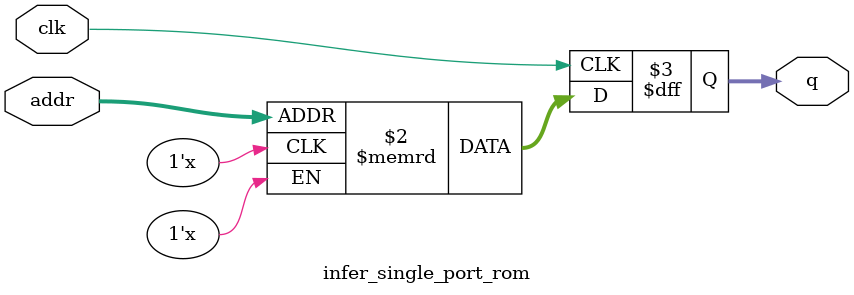
<source format=v>

module infer_single_port_rom(
	input [(ADDR_WIDTH-1):0] addr,
	input clk, 
	output reg [(DATA_WIDTH-1):0] q
);
	localparam DATA_WIDTH=8;
	localparam ADDR_WIDTH=8;
	// Declare the ROM variable
	(* ram_init_file = "../orig/memory_test.mif" *) reg [DATA_WIDTH-1:0] rom[2**ADDR_WIDTH-1:0];

	// Initialize the ROM with $readmemb.  Put the memory contents
	// in the file single_port_rom_init.txt.  Without this file,
	// this design will not compile.

	// See Verilog LRM 1364-2001 Section 17.2.8 for details on the
	// format of this file, or see the "Using $readmemb and $readmemh"
	// template later in this section.

	/*
	initial
	begin
		$readmemb("../orig/mem_test.mif", rom);
	end
	*/
	
	always @ (posedge clk)
	begin
		q <= rom[addr];
	end

endmodule

</source>
